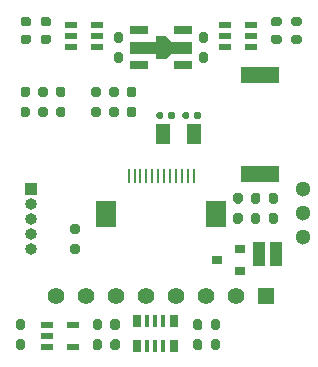
<source format=gts>
G04 #@! TF.GenerationSoftware,KiCad,Pcbnew,(5.1.10-1-10_14)*
G04 #@! TF.CreationDate,2021-08-08T19:51:24+09:00*
G04 #@! TF.ProjectId,MiniCon,4d696e69-436f-46e2-9e6b-696361645f70,V1.0*
G04 #@! TF.SameCoordinates,Original*
G04 #@! TF.FileFunction,Soldermask,Top*
G04 #@! TF.FilePolarity,Negative*
%FSLAX46Y46*%
G04 Gerber Fmt 4.6, Leading zero omitted, Abs format (unit mm)*
G04 Created by KiCad (PCBNEW (5.1.10-1-10_14)) date 2021-08-08 19:51:24*
%MOMM*%
%LPD*%
G01*
G04 APERTURE LIST*
%ADD10R,1.200000X1.800000*%
%ADD11R,1.060000X0.500000*%
%ADD12R,1.500000X0.700000*%
%ADD13C,0.100000*%
%ADD14R,0.650000X1.000000*%
%ADD15R,0.350000X1.000000*%
%ADD16C,1.300000*%
%ADD17R,0.900000X0.800000*%
%ADD18R,3.200000X1.400000*%
%ADD19R,1.800000X2.200000*%
%ADD20R,0.150000X1.300000*%
%ADD21R,1.000000X1.000000*%
%ADD22O,1.000000X1.000000*%
%ADD23R,1.400000X1.400000*%
%ADD24C,1.400000*%
%ADD25R,1.000000X2.000000*%
G04 APERTURE END LIST*
D10*
X200000Y3650000D03*
X2800000Y3650000D03*
D11*
X-9700000Y-12450000D03*
X-9700000Y-13400000D03*
X-9700000Y-14350000D03*
X-7500000Y-14350000D03*
X-7500000Y-12450000D03*
D12*
X1850000Y12500000D03*
X1850000Y9500000D03*
X-1850000Y12500000D03*
X-1850000Y9500000D03*
D13*
G36*
X900000Y11500000D02*
G01*
X2600000Y11500000D01*
X2600000Y10500000D01*
X900000Y10500000D01*
X400000Y10000000D01*
X-400000Y10000000D01*
X-400000Y10500000D01*
X-2600000Y10500000D01*
X-2600000Y11500000D01*
X-400000Y11500000D01*
X-400000Y12000000D01*
X400000Y12000000D01*
X900000Y11500000D01*
G37*
D14*
X1050000Y-14250000D03*
D15*
X200000Y-14250000D03*
X-500000Y-14250000D03*
X-1200000Y-14250000D03*
D14*
X-2050000Y-14250000D03*
X-2050000Y-12150000D03*
D15*
X-1200000Y-12150000D03*
X-500000Y-12150000D03*
X200000Y-12150000D03*
D14*
X1050000Y-12150000D03*
D11*
X7600000Y11050000D03*
X7600000Y12000000D03*
X7600000Y12950000D03*
X5400000Y12950000D03*
X5400000Y11050000D03*
X5400000Y12000000D03*
X-7600000Y12950000D03*
X-7600000Y12000000D03*
X-7600000Y11050000D03*
X-5400000Y11050000D03*
X-5400000Y12950000D03*
X-5400000Y12000000D03*
D16*
X12000000Y-5000000D03*
X12000000Y-3000000D03*
X12000000Y-1000000D03*
G36*
G01*
X-10200000Y7700000D02*
X-9800000Y7700000D01*
G75*
G02*
X-9600000Y7500000I0J-200000D01*
G01*
X-9600000Y7000000D01*
G75*
G02*
X-9800000Y6800000I-200000J0D01*
G01*
X-10200000Y6800000D01*
G75*
G02*
X-10400000Y7000000I0J200000D01*
G01*
X-10400000Y7500000D01*
G75*
G02*
X-10200000Y7700000I200000J0D01*
G01*
G37*
G36*
G01*
X-10200000Y6000000D02*
X-9800000Y6000000D01*
G75*
G02*
X-9600000Y5800000I0J-200000D01*
G01*
X-9600000Y5300000D01*
G75*
G02*
X-9800000Y5100000I-200000J0D01*
G01*
X-10200000Y5100000D01*
G75*
G02*
X-10400000Y5300000I0J200000D01*
G01*
X-10400000Y5800000D01*
G75*
G02*
X-10200000Y6000000I200000J0D01*
G01*
G37*
G36*
G01*
X9300000Y-1300000D02*
X9700000Y-1300000D01*
G75*
G02*
X9900000Y-1500000I0J-200000D01*
G01*
X9900000Y-2000000D01*
G75*
G02*
X9700000Y-2200000I-200000J0D01*
G01*
X9300000Y-2200000D01*
G75*
G02*
X9100000Y-2000000I0J200000D01*
G01*
X9100000Y-1500000D01*
G75*
G02*
X9300000Y-1300000I200000J0D01*
G01*
G37*
G36*
G01*
X9300000Y-3000000D02*
X9700000Y-3000000D01*
G75*
G02*
X9900000Y-3200000I0J-200000D01*
G01*
X9900000Y-3700000D01*
G75*
G02*
X9700000Y-3900000I-200000J0D01*
G01*
X9300000Y-3900000D01*
G75*
G02*
X9100000Y-3700000I0J200000D01*
G01*
X9100000Y-3200000D01*
G75*
G02*
X9300000Y-3000000I200000J0D01*
G01*
G37*
G36*
G01*
X6300000Y-1300000D02*
X6700000Y-1300000D01*
G75*
G02*
X6900000Y-1500000I0J-200000D01*
G01*
X6900000Y-2000000D01*
G75*
G02*
X6700000Y-2200000I-200000J0D01*
G01*
X6300000Y-2200000D01*
G75*
G02*
X6100000Y-2000000I0J200000D01*
G01*
X6100000Y-1500000D01*
G75*
G02*
X6300000Y-1300000I200000J0D01*
G01*
G37*
G36*
G01*
X6300000Y-3000000D02*
X6700000Y-3000000D01*
G75*
G02*
X6900000Y-3200000I0J-200000D01*
G01*
X6900000Y-3700000D01*
G75*
G02*
X6700000Y-3900000I-200000J0D01*
G01*
X6300000Y-3900000D01*
G75*
G02*
X6100000Y-3700000I0J200000D01*
G01*
X6100000Y-3200000D01*
G75*
G02*
X6300000Y-3000000I200000J0D01*
G01*
G37*
G36*
G01*
X-5700000Y7700000D02*
X-5300000Y7700000D01*
G75*
G02*
X-5100000Y7500000I0J-200000D01*
G01*
X-5100000Y7000000D01*
G75*
G02*
X-5300000Y6800000I-200000J0D01*
G01*
X-5700000Y6800000D01*
G75*
G02*
X-5900000Y7000000I0J200000D01*
G01*
X-5900000Y7500000D01*
G75*
G02*
X-5700000Y7700000I200000J0D01*
G01*
G37*
G36*
G01*
X-5700000Y6000000D02*
X-5300000Y6000000D01*
G75*
G02*
X-5100000Y5800000I0J-200000D01*
G01*
X-5100000Y5300000D01*
G75*
G02*
X-5300000Y5100000I-200000J0D01*
G01*
X-5700000Y5100000D01*
G75*
G02*
X-5900000Y5300000I0J200000D01*
G01*
X-5900000Y5800000D01*
G75*
G02*
X-5700000Y6000000I200000J0D01*
G01*
G37*
G36*
G01*
X8200000Y-3900000D02*
X7800000Y-3900000D01*
G75*
G02*
X7600000Y-3700000I0J200000D01*
G01*
X7600000Y-3200000D01*
G75*
G02*
X7800000Y-3000000I200000J0D01*
G01*
X8200000Y-3000000D01*
G75*
G02*
X8400000Y-3200000I0J-200000D01*
G01*
X8400000Y-3700000D01*
G75*
G02*
X8200000Y-3900000I-200000J0D01*
G01*
G37*
G36*
G01*
X8200000Y-2200000D02*
X7800000Y-2200000D01*
G75*
G02*
X7600000Y-2000000I0J200000D01*
G01*
X7600000Y-1500000D01*
G75*
G02*
X7800000Y-1300000I200000J0D01*
G01*
X8200000Y-1300000D01*
G75*
G02*
X8400000Y-1500000I0J-200000D01*
G01*
X8400000Y-2000000D01*
G75*
G02*
X8200000Y-2200000I-200000J0D01*
G01*
G37*
G36*
G01*
X9300000Y11500000D02*
X9300000Y11900000D01*
G75*
G02*
X9500000Y12100000I200000J0D01*
G01*
X10000000Y12100000D01*
G75*
G02*
X10200000Y11900000I0J-200000D01*
G01*
X10200000Y11500000D01*
G75*
G02*
X10000000Y11300000I-200000J0D01*
G01*
X9500000Y11300000D01*
G75*
G02*
X9300000Y11500000I0J200000D01*
G01*
G37*
G36*
G01*
X11000000Y11500000D02*
X11000000Y11900000D01*
G75*
G02*
X11200000Y12100000I200000J0D01*
G01*
X11700000Y12100000D01*
G75*
G02*
X11900000Y11900000I0J-200000D01*
G01*
X11900000Y11500000D01*
G75*
G02*
X11700000Y11300000I-200000J0D01*
G01*
X11200000Y11300000D01*
G75*
G02*
X11000000Y11500000I0J200000D01*
G01*
G37*
G36*
G01*
X-9300000Y11900000D02*
X-9300000Y11500000D01*
G75*
G02*
X-9500000Y11300000I-200000J0D01*
G01*
X-10000000Y11300000D01*
G75*
G02*
X-10200000Y11500000I0J200000D01*
G01*
X-10200000Y11900000D01*
G75*
G02*
X-10000000Y12100000I200000J0D01*
G01*
X-9500000Y12100000D01*
G75*
G02*
X-9300000Y11900000I0J-200000D01*
G01*
G37*
G36*
G01*
X-11000000Y11900000D02*
X-11000000Y11500000D01*
G75*
G02*
X-11200000Y11300000I-200000J0D01*
G01*
X-11700000Y11300000D01*
G75*
G02*
X-11900000Y11500000I0J200000D01*
G01*
X-11900000Y11900000D01*
G75*
G02*
X-11700000Y12100000I200000J0D01*
G01*
X-11200000Y12100000D01*
G75*
G02*
X-11000000Y11900000I0J-200000D01*
G01*
G37*
G36*
G01*
X4800000Y-14600000D02*
X4400000Y-14600000D01*
G75*
G02*
X4200000Y-14400000I0J200000D01*
G01*
X4200000Y-13900000D01*
G75*
G02*
X4400000Y-13700000I200000J0D01*
G01*
X4800000Y-13700000D01*
G75*
G02*
X5000000Y-13900000I0J-200000D01*
G01*
X5000000Y-14400000D01*
G75*
G02*
X4800000Y-14600000I-200000J0D01*
G01*
G37*
G36*
G01*
X4800000Y-12900000D02*
X4400000Y-12900000D01*
G75*
G02*
X4200000Y-12700000I0J200000D01*
G01*
X4200000Y-12200000D01*
G75*
G02*
X4400000Y-12000000I200000J0D01*
G01*
X4800000Y-12000000D01*
G75*
G02*
X5000000Y-12200000I0J-200000D01*
G01*
X5000000Y-12700000D01*
G75*
G02*
X4800000Y-12900000I-200000J0D01*
G01*
G37*
D17*
X4700000Y-7000000D03*
X6700000Y-6050000D03*
X6700000Y-7950000D03*
D18*
X8400000Y8700000D03*
X8400000Y300000D03*
G36*
G01*
X-4200000Y7700000D02*
X-3800000Y7700000D01*
G75*
G02*
X-3600000Y7500000I0J-200000D01*
G01*
X-3600000Y7000000D01*
G75*
G02*
X-3800000Y6800000I-200000J0D01*
G01*
X-4200000Y6800000D01*
G75*
G02*
X-4400000Y7000000I0J200000D01*
G01*
X-4400000Y7500000D01*
G75*
G02*
X-4200000Y7700000I200000J0D01*
G01*
G37*
G36*
G01*
X-4200000Y6000000D02*
X-3800000Y6000000D01*
G75*
G02*
X-3600000Y5800000I0J-200000D01*
G01*
X-3600000Y5300000D01*
G75*
G02*
X-3800000Y5100000I-200000J0D01*
G01*
X-4200000Y5100000D01*
G75*
G02*
X-4400000Y5300000I0J200000D01*
G01*
X-4400000Y5800000D01*
G75*
G02*
X-4200000Y6000000I200000J0D01*
G01*
G37*
D19*
X4650000Y-3100000D03*
X-4650000Y-3100000D03*
D20*
X-2750000Y150000D03*
X-2250000Y150000D03*
X-1750000Y150000D03*
X-1250000Y150000D03*
X-750000Y150000D03*
X-250000Y150000D03*
X250000Y150000D03*
X750000Y150000D03*
X1250000Y150000D03*
X1750000Y150000D03*
X2250000Y150000D03*
X2750000Y150000D03*
D21*
X-11000000Y-1000000D03*
D22*
X-11000000Y-2270000D03*
X-11000000Y-3540000D03*
X-11000000Y-4810000D03*
X-11000000Y-6080000D03*
D23*
X8900000Y-10050000D03*
D24*
X6360000Y-10050000D03*
X3820000Y-10050000D03*
X1280000Y-10050000D03*
X-1260000Y-10050000D03*
X-3800000Y-10050000D03*
X-6340000Y-10050000D03*
X-8880000Y-10050000D03*
G36*
G01*
X-2300000Y5100000D02*
X-2700000Y5100000D01*
G75*
G02*
X-2900000Y5300000I0J200000D01*
G01*
X-2900000Y5800000D01*
G75*
G02*
X-2700000Y6000000I200000J0D01*
G01*
X-2300000Y6000000D01*
G75*
G02*
X-2100000Y5800000I0J-200000D01*
G01*
X-2100000Y5300000D01*
G75*
G02*
X-2300000Y5100000I-200000J0D01*
G01*
G37*
G36*
G01*
X-2300000Y6800000D02*
X-2700000Y6800000D01*
G75*
G02*
X-2900000Y7000000I0J200000D01*
G01*
X-2900000Y7500000D01*
G75*
G02*
X-2700000Y7700000I200000J0D01*
G01*
X-2300000Y7700000D01*
G75*
G02*
X-2100000Y7500000I0J-200000D01*
G01*
X-2100000Y7000000D01*
G75*
G02*
X-2300000Y6800000I-200000J0D01*
G01*
G37*
G36*
G01*
X-11300000Y5100000D02*
X-11700000Y5100000D01*
G75*
G02*
X-11900000Y5300000I0J200000D01*
G01*
X-11900000Y5800000D01*
G75*
G02*
X-11700000Y6000000I200000J0D01*
G01*
X-11300000Y6000000D01*
G75*
G02*
X-11100000Y5800000I0J-200000D01*
G01*
X-11100000Y5300000D01*
G75*
G02*
X-11300000Y5100000I-200000J0D01*
G01*
G37*
G36*
G01*
X-11300000Y6800000D02*
X-11700000Y6800000D01*
G75*
G02*
X-11900000Y7000000I0J200000D01*
G01*
X-11900000Y7500000D01*
G75*
G02*
X-11700000Y7700000I200000J0D01*
G01*
X-11300000Y7700000D01*
G75*
G02*
X-11100000Y7500000I0J-200000D01*
G01*
X-11100000Y7000000D01*
G75*
G02*
X-11300000Y6800000I-200000J0D01*
G01*
G37*
G36*
G01*
X11900000Y13400000D02*
X11900000Y13000000D01*
G75*
G02*
X11700000Y12800000I-200000J0D01*
G01*
X11200000Y12800000D01*
G75*
G02*
X11000000Y13000000I0J200000D01*
G01*
X11000000Y13400000D01*
G75*
G02*
X11200000Y13600000I200000J0D01*
G01*
X11700000Y13600000D01*
G75*
G02*
X11900000Y13400000I0J-200000D01*
G01*
G37*
G36*
G01*
X10200000Y13400000D02*
X10200000Y13000000D01*
G75*
G02*
X10000000Y12800000I-200000J0D01*
G01*
X9500000Y12800000D01*
G75*
G02*
X9300000Y13000000I0J200000D01*
G01*
X9300000Y13400000D01*
G75*
G02*
X9500000Y13600000I200000J0D01*
G01*
X10000000Y13600000D01*
G75*
G02*
X10200000Y13400000I0J-200000D01*
G01*
G37*
G36*
G01*
X-11900000Y13000000D02*
X-11900000Y13400000D01*
G75*
G02*
X-11700000Y13600000I200000J0D01*
G01*
X-11200000Y13600000D01*
G75*
G02*
X-11000000Y13400000I0J-200000D01*
G01*
X-11000000Y13000000D01*
G75*
G02*
X-11200000Y12800000I-200000J0D01*
G01*
X-11700000Y12800000D01*
G75*
G02*
X-11900000Y13000000I0J200000D01*
G01*
G37*
G36*
G01*
X-10200000Y13000000D02*
X-10200000Y13400000D01*
G75*
G02*
X-10000000Y13600000I200000J0D01*
G01*
X-9500000Y13600000D01*
G75*
G02*
X-9300000Y13400000I0J-200000D01*
G01*
X-9300000Y13000000D01*
G75*
G02*
X-9500000Y12800000I-200000J0D01*
G01*
X-10000000Y12800000D01*
G75*
G02*
X-10200000Y13000000I0J200000D01*
G01*
G37*
G36*
G01*
X-7100000Y-6500000D02*
X-7500000Y-6500000D01*
G75*
G02*
X-7700000Y-6300000I0J200000D01*
G01*
X-7700000Y-5800000D01*
G75*
G02*
X-7500000Y-5600000I200000J0D01*
G01*
X-7100000Y-5600000D01*
G75*
G02*
X-6900000Y-5800000I0J-200000D01*
G01*
X-6900000Y-6300000D01*
G75*
G02*
X-7100000Y-6500000I-200000J0D01*
G01*
G37*
G36*
G01*
X-7100000Y-4800000D02*
X-7500000Y-4800000D01*
G75*
G02*
X-7700000Y-4600000I0J200000D01*
G01*
X-7700000Y-4100000D01*
G75*
G02*
X-7500000Y-3900000I200000J0D01*
G01*
X-7100000Y-3900000D01*
G75*
G02*
X-6900000Y-4100000I0J-200000D01*
G01*
X-6900000Y-4600000D01*
G75*
G02*
X-7100000Y-4800000I-200000J0D01*
G01*
G37*
G36*
G01*
X-8300000Y5100000D02*
X-8700000Y5100000D01*
G75*
G02*
X-8900000Y5300000I0J200000D01*
G01*
X-8900000Y5800000D01*
G75*
G02*
X-8700000Y6000000I200000J0D01*
G01*
X-8300000Y6000000D01*
G75*
G02*
X-8100000Y5800000I0J-200000D01*
G01*
X-8100000Y5300000D01*
G75*
G02*
X-8300000Y5100000I-200000J0D01*
G01*
G37*
G36*
G01*
X-8300000Y6800000D02*
X-8700000Y6800000D01*
G75*
G02*
X-8900000Y7000000I0J200000D01*
G01*
X-8900000Y7500000D01*
G75*
G02*
X-8700000Y7700000I200000J0D01*
G01*
X-8300000Y7700000D01*
G75*
G02*
X-8100000Y7500000I0J-200000D01*
G01*
X-8100000Y7000000D01*
G75*
G02*
X-8300000Y6800000I-200000J0D01*
G01*
G37*
G36*
G01*
X600000Y5100000D02*
X600000Y5400000D01*
G75*
G02*
X750000Y5550000I150000J0D01*
G01*
X1050000Y5550000D01*
G75*
G02*
X1200000Y5400000I0J-150000D01*
G01*
X1200000Y5100000D01*
G75*
G02*
X1050000Y4950000I-150000J0D01*
G01*
X750000Y4950000D01*
G75*
G02*
X600000Y5100000I0J150000D01*
G01*
G37*
G36*
G01*
X-400000Y5100000D02*
X-400000Y5400000D01*
G75*
G02*
X-250000Y5550000I150000J0D01*
G01*
X50000Y5550000D01*
G75*
G02*
X200000Y5400000I0J-150000D01*
G01*
X200000Y5100000D01*
G75*
G02*
X50000Y4950000I-150000J0D01*
G01*
X-250000Y4950000D01*
G75*
G02*
X-400000Y5100000I0J150000D01*
G01*
G37*
G36*
G01*
X2400000Y5400000D02*
X2400000Y5100000D01*
G75*
G02*
X2250000Y4950000I-150000J0D01*
G01*
X1950000Y4950000D01*
G75*
G02*
X1800000Y5100000I0J150000D01*
G01*
X1800000Y5400000D01*
G75*
G02*
X1950000Y5550000I150000J0D01*
G01*
X2250000Y5550000D01*
G75*
G02*
X2400000Y5400000I0J-150000D01*
G01*
G37*
G36*
G01*
X3400000Y5400000D02*
X3400000Y5100000D01*
G75*
G02*
X3250000Y4950000I-150000J0D01*
G01*
X2950000Y4950000D01*
G75*
G02*
X2800000Y5100000I0J150000D01*
G01*
X2800000Y5400000D01*
G75*
G02*
X2950000Y5550000I150000J0D01*
G01*
X3250000Y5550000D01*
G75*
G02*
X3400000Y5400000I0J-150000D01*
G01*
G37*
G36*
G01*
X-4100000Y-12000000D02*
X-3700000Y-12000000D01*
G75*
G02*
X-3500000Y-12200000I0J-200000D01*
G01*
X-3500000Y-12700000D01*
G75*
G02*
X-3700000Y-12900000I-200000J0D01*
G01*
X-4100000Y-12900000D01*
G75*
G02*
X-4300000Y-12700000I0J200000D01*
G01*
X-4300000Y-12200000D01*
G75*
G02*
X-4100000Y-12000000I200000J0D01*
G01*
G37*
G36*
G01*
X-4100000Y-13700000D02*
X-3700000Y-13700000D01*
G75*
G02*
X-3500000Y-13900000I0J-200000D01*
G01*
X-3500000Y-14400000D01*
G75*
G02*
X-3700000Y-14600000I-200000J0D01*
G01*
X-4100000Y-14600000D01*
G75*
G02*
X-4300000Y-14400000I0J200000D01*
G01*
X-4300000Y-13900000D01*
G75*
G02*
X-4100000Y-13700000I200000J0D01*
G01*
G37*
G36*
G01*
X-5600000Y-12000000D02*
X-5200000Y-12000000D01*
G75*
G02*
X-5000000Y-12200000I0J-200000D01*
G01*
X-5000000Y-12700000D01*
G75*
G02*
X-5200000Y-12900000I-200000J0D01*
G01*
X-5600000Y-12900000D01*
G75*
G02*
X-5800000Y-12700000I0J200000D01*
G01*
X-5800000Y-12200000D01*
G75*
G02*
X-5600000Y-12000000I200000J0D01*
G01*
G37*
G36*
G01*
X-5600000Y-13700000D02*
X-5200000Y-13700000D01*
G75*
G02*
X-5000000Y-13900000I0J-200000D01*
G01*
X-5000000Y-14400000D01*
G75*
G02*
X-5200000Y-14600000I-200000J0D01*
G01*
X-5600000Y-14600000D01*
G75*
G02*
X-5800000Y-14400000I0J200000D01*
G01*
X-5800000Y-13900000D01*
G75*
G02*
X-5600000Y-13700000I200000J0D01*
G01*
G37*
G36*
G01*
X-11700000Y-14600000D02*
X-12100000Y-14600000D01*
G75*
G02*
X-12300000Y-14400000I0J200000D01*
G01*
X-12300000Y-13900000D01*
G75*
G02*
X-12100000Y-13700000I200000J0D01*
G01*
X-11700000Y-13700000D01*
G75*
G02*
X-11500000Y-13900000I0J-200000D01*
G01*
X-11500000Y-14400000D01*
G75*
G02*
X-11700000Y-14600000I-200000J0D01*
G01*
G37*
G36*
G01*
X-11700000Y-12900000D02*
X-12100000Y-12900000D01*
G75*
G02*
X-12300000Y-12700000I0J200000D01*
G01*
X-12300000Y-12200000D01*
G75*
G02*
X-12100000Y-12000000I200000J0D01*
G01*
X-11700000Y-12000000D01*
G75*
G02*
X-11500000Y-12200000I0J-200000D01*
G01*
X-11500000Y-12700000D01*
G75*
G02*
X-11700000Y-12900000I-200000J0D01*
G01*
G37*
G36*
G01*
X3400000Y12300000D02*
X3800000Y12300000D01*
G75*
G02*
X4000000Y12100000I0J-200000D01*
G01*
X4000000Y11600000D01*
G75*
G02*
X3800000Y11400000I-200000J0D01*
G01*
X3400000Y11400000D01*
G75*
G02*
X3200000Y11600000I0J200000D01*
G01*
X3200000Y12100000D01*
G75*
G02*
X3400000Y12300000I200000J0D01*
G01*
G37*
G36*
G01*
X3400000Y10600000D02*
X3800000Y10600000D01*
G75*
G02*
X4000000Y10400000I0J-200000D01*
G01*
X4000000Y9900000D01*
G75*
G02*
X3800000Y9700000I-200000J0D01*
G01*
X3400000Y9700000D01*
G75*
G02*
X3200000Y9900000I0J200000D01*
G01*
X3200000Y10400000D01*
G75*
G02*
X3400000Y10600000I200000J0D01*
G01*
G37*
G36*
G01*
X-3800000Y12300000D02*
X-3400000Y12300000D01*
G75*
G02*
X-3200000Y12100000I0J-200000D01*
G01*
X-3200000Y11600000D01*
G75*
G02*
X-3400000Y11400000I-200000J0D01*
G01*
X-3800000Y11400000D01*
G75*
G02*
X-4000000Y11600000I0J200000D01*
G01*
X-4000000Y12100000D01*
G75*
G02*
X-3800000Y12300000I200000J0D01*
G01*
G37*
G36*
G01*
X-3800000Y10600000D02*
X-3400000Y10600000D01*
G75*
G02*
X-3200000Y10400000I0J-200000D01*
G01*
X-3200000Y9900000D01*
G75*
G02*
X-3400000Y9700000I-200000J0D01*
G01*
X-3800000Y9700000D01*
G75*
G02*
X-4000000Y9900000I0J200000D01*
G01*
X-4000000Y10400000D01*
G75*
G02*
X-3800000Y10600000I200000J0D01*
G01*
G37*
G36*
G01*
X3300000Y-14600000D02*
X2900000Y-14600000D01*
G75*
G02*
X2700000Y-14400000I0J200000D01*
G01*
X2700000Y-13900000D01*
G75*
G02*
X2900000Y-13700000I200000J0D01*
G01*
X3300000Y-13700000D01*
G75*
G02*
X3500000Y-13900000I0J-200000D01*
G01*
X3500000Y-14400000D01*
G75*
G02*
X3300000Y-14600000I-200000J0D01*
G01*
G37*
G36*
G01*
X3300000Y-12900000D02*
X2900000Y-12900000D01*
G75*
G02*
X2700000Y-12700000I0J200000D01*
G01*
X2700000Y-12200000D01*
G75*
G02*
X2900000Y-12000000I200000J0D01*
G01*
X3300000Y-12000000D01*
G75*
G02*
X3500000Y-12200000I0J-200000D01*
G01*
X3500000Y-12700000D01*
G75*
G02*
X3300000Y-12900000I-200000J0D01*
G01*
G37*
D25*
X9750000Y-6500000D03*
X8250000Y-6500000D03*
M02*

</source>
